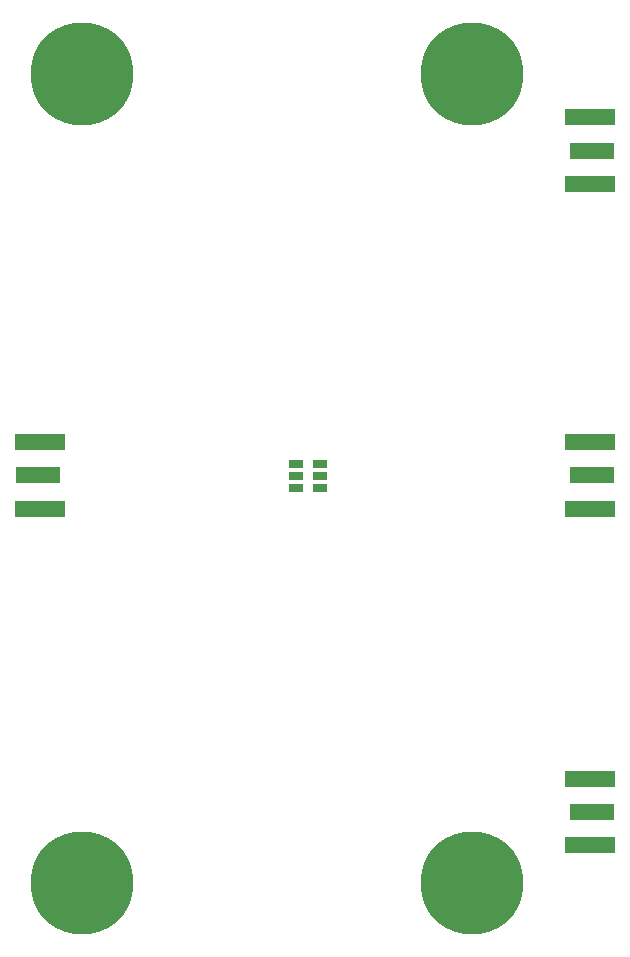
<source format=gbr>
%TF.GenerationSoftware,KiCad,Pcbnew,(5.1.6)-1*%
%TF.CreationDate,2020-10-09T05:29:33-04:00*%
%TF.ProjectId,RFID_PROJECT_3-WAY-SPLITTER,52464944-5f50-4524-9f4a-4543545f332d,B*%
%TF.SameCoordinates,Original*%
%TF.FileFunction,Soldermask,Top*%
%TF.FilePolarity,Negative*%
%FSLAX46Y46*%
G04 Gerber Fmt 4.6, Leading zero omitted, Abs format (unit mm)*
G04 Created by KiCad (PCBNEW (5.1.6)-1) date 2020-10-09 05:29:33*
%MOMM*%
%LPD*%
G01*
G04 APERTURE LIST*
%ADD10C,1.000000*%
%ADD11C,8.700000*%
%ADD12R,1.170000X0.700000*%
%ADD13R,4.300000X1.450000*%
%ADD14R,3.700000X1.370000*%
G04 APERTURE END LIST*
D10*
%TO.C,H4*%
X163280419Y-114219581D03*
X161000000Y-113275000D03*
X158719581Y-114219581D03*
X157775000Y-116500000D03*
X158719581Y-118780419D03*
X161000000Y-119725000D03*
X163280419Y-118780419D03*
X164225000Y-116500000D03*
D11*
X161000000Y-116500000D03*
%TD*%
D10*
%TO.C,H3*%
X130280419Y-114219581D03*
X128000000Y-113275000D03*
X125719581Y-114219581D03*
X124775000Y-116500000D03*
X125719581Y-118780419D03*
X128000000Y-119725000D03*
X130280419Y-118780419D03*
X131225000Y-116500000D03*
D11*
X128000000Y-116500000D03*
%TD*%
D10*
%TO.C,H2*%
X163280419Y-45719581D03*
X161000000Y-44775000D03*
X158719581Y-45719581D03*
X157775000Y-48000000D03*
X158719581Y-50280419D03*
X161000000Y-51225000D03*
X163280419Y-50280419D03*
X164225000Y-48000000D03*
D11*
X161000000Y-48000000D03*
%TD*%
D10*
%TO.C,H1*%
X130280419Y-45719581D03*
X128000000Y-44775000D03*
X125719581Y-45719581D03*
X124775000Y-48000000D03*
X125719581Y-50280419D03*
X128000000Y-51225000D03*
X130280419Y-50280419D03*
X131225000Y-48000000D03*
D11*
X128000000Y-48000000D03*
%TD*%
D12*
%TO.C,U1*%
X148177501Y-81070000D03*
X146127501Y-81080000D03*
X148177501Y-82060000D03*
X146127501Y-82070000D03*
X148177501Y-83050000D03*
X146127501Y-83060000D03*
%TD*%
D13*
%TO.C,J1*%
X124500000Y-79175000D03*
X124500000Y-84825000D03*
D14*
X124300000Y-82000000D03*
%TD*%
%TO.C,J2*%
X171230001Y-54500000D03*
D13*
X171030001Y-51675000D03*
X171030001Y-57325000D03*
%TD*%
%TO.C,J3*%
X171030001Y-84825000D03*
X171030001Y-79175000D03*
D14*
X171230001Y-82000000D03*
%TD*%
%TO.C,J4*%
X171230001Y-110500000D03*
D13*
X171030001Y-107675000D03*
X171030001Y-113325000D03*
%TD*%
M02*

</source>
